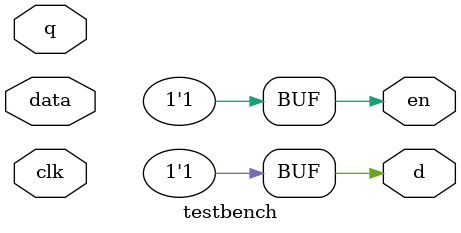
<source format=sv>
`timescale 1ns / 1ps

module testbench(
    input logic clk,
    output logic d,
    input logic q,
    output logic en,
    input logic data);
        
   initial begin
     d = 0;
     
     en = 0;
     #7;
     d = 1;
     en = 1;
     #10
     d = 0;
     en = 0;
     #10;
     d = 1;
     en = 1; 
    
   end
           

endmodule

</source>
